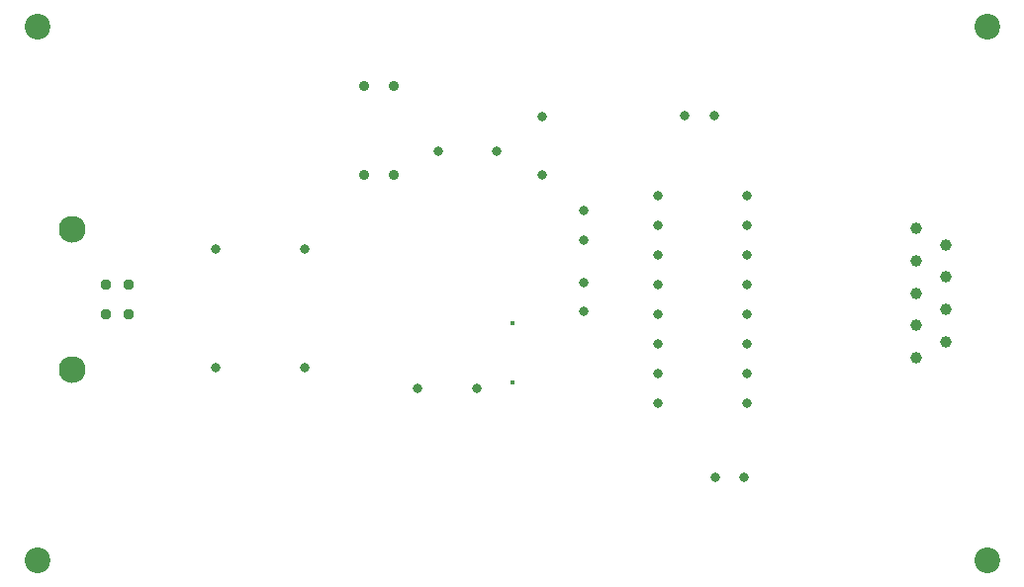
<source format=gbr>
%TF.GenerationSoftware,KiCad,Pcbnew,7.0.1*%
%TF.CreationDate,2023-04-09T16:17:10+09:00*%
%TF.ProjectId,RS232_Converter,52533233-325f-4436-9f6e-766572746572,rev?*%
%TF.SameCoordinates,Original*%
%TF.FileFunction,Plated,1,2,PTH,Drill*%
%TF.FilePolarity,Positive*%
%FSLAX46Y46*%
G04 Gerber Fmt 4.6, Leading zero omitted, Abs format (unit mm)*
G04 Created by KiCad (PCBNEW 7.0.1) date 2023-04-09 16:17:10*
%MOMM*%
%LPD*%
G01*
G04 APERTURE LIST*
%TA.AperFunction,ViaDrill*%
%ADD10C,0.400000*%
%TD*%
%TA.AperFunction,ComponentDrill*%
%ADD11C,0.800000*%
%TD*%
%TA.AperFunction,ComponentDrill*%
%ADD12C,0.900000*%
%TD*%
%TA.AperFunction,ComponentDrill*%
%ADD13C,0.950000*%
%TD*%
%TA.AperFunction,ComponentDrill*%
%ADD14C,1.000000*%
%TD*%
%TA.AperFunction,ComponentDrill*%
%ADD15C,2.200000*%
%TD*%
%TA.AperFunction,ComponentDrill*%
%ADD16C,2.300000*%
%TD*%
G04 APERTURE END LIST*
D10*
X144780000Y-104140000D03*
X144780000Y-109220000D03*
D11*
%TO.C,R2*%
X119380000Y-97790000D03*
X119380000Y-107950000D03*
%TO.C,R1*%
X127000000Y-97790000D03*
X127000000Y-107950000D03*
%TO.C,C2*%
X136719669Y-109760331D03*
%TO.C,C1*%
X138470000Y-89440331D03*
%TO.C,C2*%
X141719669Y-109760331D03*
%TO.C,C1*%
X143470000Y-89440331D03*
%TO.C,C7*%
X147320000Y-86440000D03*
X147320000Y-91440000D03*
%TO.C,C3*%
X150919669Y-94520331D03*
X150919669Y-97020331D03*
%TO.C,C4*%
X150919669Y-100640331D03*
X150919669Y-103140331D03*
%TO.C,U2*%
X157279669Y-93265331D03*
X157279669Y-95805331D03*
X157279669Y-98345331D03*
X157279669Y-100885331D03*
X157279669Y-103425331D03*
X157279669Y-105965331D03*
X157279669Y-108505331D03*
X157279669Y-111045331D03*
%TO.C,C6*%
X159579669Y-86360000D03*
X162079669Y-86360000D03*
%TO.C,C5*%
X162159669Y-117380331D03*
X164659669Y-117380331D03*
%TO.C,U2*%
X164899669Y-93265331D03*
X164899669Y-95805331D03*
X164899669Y-98345331D03*
X164899669Y-100885331D03*
X164899669Y-103425331D03*
X164899669Y-105965331D03*
X164899669Y-108505331D03*
X164899669Y-111045331D03*
D12*
%TO.C,D1*%
X132080000Y-83820000D03*
%TO.C,D3*%
X132080000Y-91440000D03*
%TO.C,D1*%
X134620000Y-83820000D03*
%TO.C,D3*%
X134620000Y-91440000D03*
D13*
%TO.C,J1*%
X109987169Y-100890331D03*
X109987169Y-103390331D03*
X111987169Y-100890331D03*
X111987169Y-103390331D03*
D14*
%TO.C,J2*%
X179329669Y-96050000D03*
X179329669Y-98820000D03*
X179329669Y-101590000D03*
X179329669Y-104360000D03*
X179329669Y-107130000D03*
X181869669Y-97435000D03*
X181869669Y-100205000D03*
X181869669Y-102975000D03*
X181869669Y-105745000D03*
D15*
%TO.C,REF\u002A\u002A*%
X104140000Y-78740000D03*
X104140000Y-124460000D03*
X185420000Y-78740000D03*
X185420000Y-124460000D03*
D16*
%TO.C,J1*%
X107127169Y-96140331D03*
X107127169Y-108140331D03*
M02*

</source>
